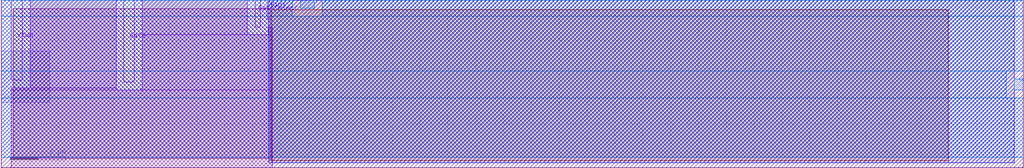
<source format=lef>
VERSION 5.7 ;
  NOWIREEXTENSIONATPIN ON ;
  DIVIDERCHAR "/" ;
  BUSBITCHARS "[]" ;
UNITS
  DATABASE MICRONS 200 ;
END UNITS

LAYER via2
  TYPE CUT ;
END via2

LAYER via
  TYPE CUT ;
END via

LAYER nwell
  TYPE MASTERSLICE ;
END nwell

LAYER via3
  TYPE CUT ;
END via3

LAYER pwell
  TYPE MASTERSLICE ;
END pwell

LAYER via4
  TYPE CUT ;
END via4

LAYER mcon
  TYPE CUT ;
END mcon

LAYER met6
  TYPE ROUTING ;
  WIDTH 0.030000 ;
  SPACING 0.040000 ;
  DIRECTION HORIZONTAL ;
END met6

LAYER met1
  TYPE ROUTING ;
  WIDTH 0.140000 ;
  SPACING 0.140000 ;
  DIRECTION HORIZONTAL ;
END met1

LAYER met3
  TYPE ROUTING ;
  WIDTH 0.300000 ;
  SPACING 0.300000 ;
  DIRECTION HORIZONTAL ;
END met3

LAYER met2
  TYPE ROUTING ;
  WIDTH 0.140000 ;
  SPACING 0.140000 ;
  DIRECTION HORIZONTAL ;
END met2

LAYER met4
  TYPE ROUTING ;
  WIDTH 0.300000 ;
  SPACING 0.300000 ;
  DIRECTION HORIZONTAL ;
END met4

LAYER met5
  TYPE ROUTING ;
  WIDTH 1.600000 ;
  SPACING 1.600000 ;
  DIRECTION HORIZONTAL ;
END met5

LAYER li1
  TYPE ROUTING ;
  WIDTH 0.170000 ;
  SPACING 0.170000 ;
  DIRECTION HORIZONTAL ;
END li1

MACRO sky130_hilas_capacitorArray01
  CLASS BLOCK ;
  FOREIGN sky130_hilas_capacitorArray01 ;
  ORIGIN 13.040 0.570 ;
  SIZE 36.700 BY 6.050 ;
  PIN CapTerminal2
    USE ANALOG ;
    PORT
      LAYER met2 ;
        RECT 23.330 2.220 23.660 2.630 ;
    END
  END CapTerminal2
  PIN CapTerm01
    USE ANALOG ;
    PORT
      LAYER met2 ;
        RECT -2.300 5.170 -1.790 5.480 ;
    END
  END CapTerm01
  PIN Vinj
    USE POWER ;
    PORT
      LAYER met1 ;
        RECT -3.480 4.770 -3.320 5.480 ;
    END
  END Vinj
  PIN GateSelect
    PORT
      LAYER met1 ;
        RECT -3.920 4.490 -3.730 5.480 ;
    END
  END GateSelect
  PIN Vtun
    PORT
      LAYER met1 ;
        RECT -12.680 2.580 -12.280 5.480 ;
    END
  END Vtun
  PIN Gate
    USE ANALOG ;
    PORT
      LAYER met1 ;
        RECT -8.630 2.510 -8.250 5.480 ;
    END
  END Gate
  OBS
      LAYER nwell ;
        RECT -13.040 1.780 -11.300 3.620 ;
      LAYER li1 ;
        RECT -12.610 -0.230 -3.350 5.150 ;
      LAYER met1 ;
        RECT -12.000 2.300 -8.910 5.480 ;
        RECT -12.680 2.230 -8.910 2.300 ;
        RECT -7.970 4.210 -4.200 5.480 ;
        RECT -3.450 4.210 -3.310 4.490 ;
        RECT -7.970 2.230 -3.310 4.210 ;
        RECT -12.680 -0.570 -3.310 2.230 ;
      LAYER met2 ;
        RECT -13.040 4.890 -2.580 5.450 ;
        RECT -1.510 4.890 23.660 5.450 ;
        RECT -13.040 2.910 23.660 4.890 ;
        RECT -13.040 1.940 23.050 2.910 ;
        RECT -13.040 -0.200 23.660 1.940 ;
      LAYER met3 ;
        RECT -3.420 -0.400 23.340 5.460 ;
      LAYER met4 ;
        RECT -3.330 -0.320 20.970 5.110 ;
  END
END sky130_hilas_capacitorArray01
END LIBRARY


</source>
